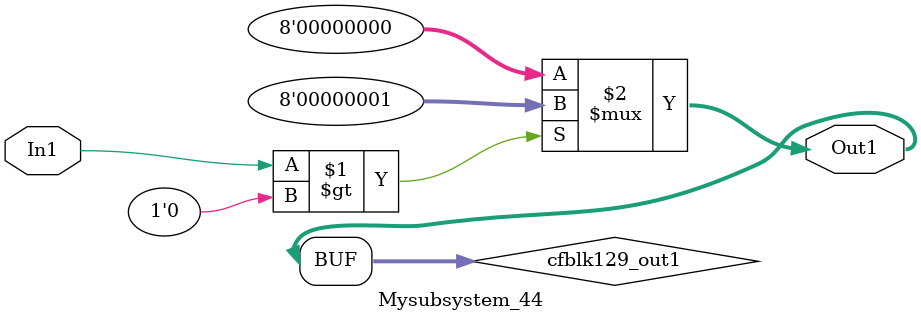
<source format=v>



`timescale 1 ns / 1 ns

module Mysubsystem_44
          (In1,
           Out1);


  input   In1;
  output  signed [7:0] Out1;  // int8


  wire signed [7:0] cfblk129_out1;  // int8


  assign cfblk129_out1 = (In1 > 1'b0 ? 8'sb00000001 :
              8'sb00000000);



  assign Out1 = cfblk129_out1;

endmodule  // Mysubsystem_44


</source>
